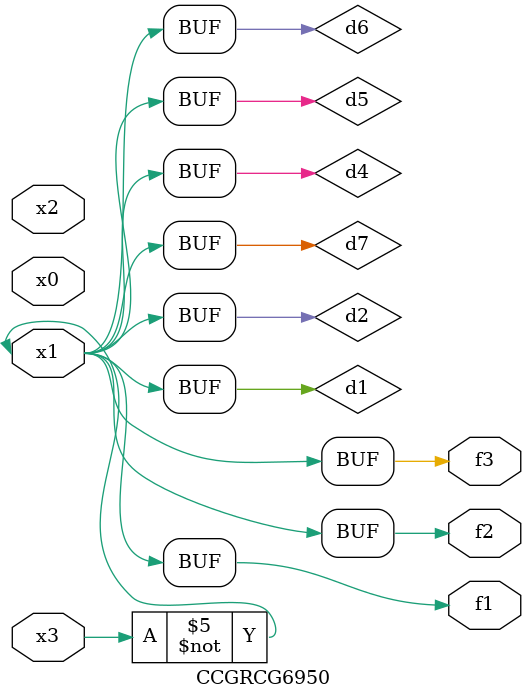
<source format=v>
module CCGRCG6950(
	input x0, x1, x2, x3,
	output f1, f2, f3
);

	wire d1, d2, d3, d4, d5, d6, d7;

	not (d1, x3);
	buf (d2, x1);
	xnor (d3, d1, d2);
	nor (d4, d1);
	buf (d5, d1, d2);
	buf (d6, d4, d5);
	nand (d7, d4);
	assign f1 = d6;
	assign f2 = d7;
	assign f3 = d6;
endmodule

</source>
